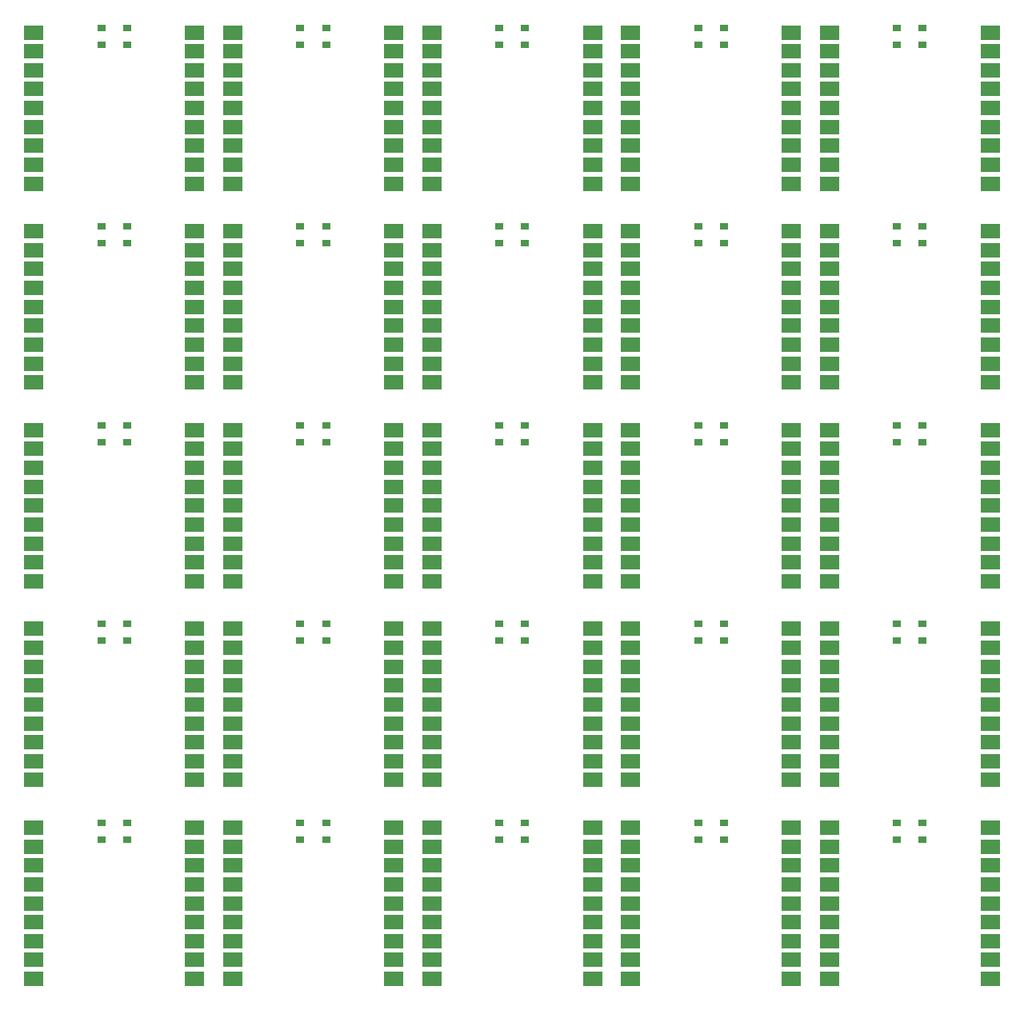
<source format=gtp>
%TF.GenerationSoftware,KiCad,Pcbnew,(5.1.9)-1*%
%TF.CreationDate,2021-09-16T12:17:46+02:00*%
%TF.ProjectId,kb_panel,6b625f70-616e-4656-9c2e-6b696361645f,rev?*%
%TF.SameCoordinates,Original*%
%TF.FileFunction,Paste,Top*%
%TF.FilePolarity,Positive*%
%FSLAX46Y46*%
G04 Gerber Fmt 4.6, Leading zero omitted, Abs format (unit mm)*
G04 Created by KiCad (PCBNEW (5.1.9)-1) date 2021-09-16 12:17:46*
%MOMM*%
%LPD*%
G01*
G04 APERTURE LIST*
%ADD10R,0.950000X0.800000*%
%ADD11R,2.000000X1.500000*%
G04 APERTURE END LIST*
D10*
%TO.C,LED1*%
X140416547Y-125398052D03*
X137686547Y-125398052D03*
X140416547Y-127178052D03*
X137686547Y-127178052D03*
%TD*%
%TO.C,LED1*%
X119366547Y-125398052D03*
X116636547Y-125398052D03*
X119366547Y-127178052D03*
X116636547Y-127178052D03*
%TD*%
%TO.C,LED1*%
X98316547Y-125398052D03*
X95586547Y-125398052D03*
X98316547Y-127178052D03*
X95586547Y-127178052D03*
%TD*%
%TO.C,LED1*%
X77266547Y-125398052D03*
X74536547Y-125398052D03*
X77266547Y-127178052D03*
X74536547Y-127178052D03*
%TD*%
%TO.C,LED1*%
X56216547Y-125398052D03*
X53486547Y-125398052D03*
X56216547Y-127178052D03*
X53486547Y-127178052D03*
%TD*%
%TO.C,LED1*%
X140416547Y-104348052D03*
X137686547Y-104348052D03*
X140416547Y-106128052D03*
X137686547Y-106128052D03*
%TD*%
%TO.C,LED1*%
X119366547Y-104348052D03*
X116636547Y-104348052D03*
X119366547Y-106128052D03*
X116636547Y-106128052D03*
%TD*%
%TO.C,LED1*%
X98316547Y-104348052D03*
X95586547Y-104348052D03*
X98316547Y-106128052D03*
X95586547Y-106128052D03*
%TD*%
%TO.C,LED1*%
X77266547Y-104348052D03*
X74536547Y-104348052D03*
X77266547Y-106128052D03*
X74536547Y-106128052D03*
%TD*%
%TO.C,LED1*%
X56216547Y-104348052D03*
X53486547Y-104348052D03*
X56216547Y-106128052D03*
X53486547Y-106128052D03*
%TD*%
%TO.C,LED1*%
X140416547Y-83298052D03*
X137686547Y-83298052D03*
X140416547Y-85078052D03*
X137686547Y-85078052D03*
%TD*%
%TO.C,LED1*%
X119366547Y-83298052D03*
X116636547Y-83298052D03*
X119366547Y-85078052D03*
X116636547Y-85078052D03*
%TD*%
%TO.C,LED1*%
X98316547Y-83298052D03*
X95586547Y-83298052D03*
X98316547Y-85078052D03*
X95586547Y-85078052D03*
%TD*%
%TO.C,LED1*%
X77266547Y-83298052D03*
X74536547Y-83298052D03*
X77266547Y-85078052D03*
X74536547Y-85078052D03*
%TD*%
%TO.C,LED1*%
X56216547Y-83298052D03*
X53486547Y-83298052D03*
X56216547Y-85078052D03*
X53486547Y-85078052D03*
%TD*%
%TO.C,LED1*%
X140416547Y-62248052D03*
X137686547Y-62248052D03*
X140416547Y-64028052D03*
X137686547Y-64028052D03*
%TD*%
%TO.C,LED1*%
X119366547Y-62248052D03*
X116636547Y-62248052D03*
X119366547Y-64028052D03*
X116636547Y-64028052D03*
%TD*%
%TO.C,LED1*%
X98316547Y-62248052D03*
X95586547Y-62248052D03*
X98316547Y-64028052D03*
X95586547Y-64028052D03*
%TD*%
%TO.C,LED1*%
X77266547Y-62248052D03*
X74536547Y-62248052D03*
X77266547Y-64028052D03*
X74536547Y-64028052D03*
%TD*%
%TO.C,LED1*%
X56216547Y-62248052D03*
X53486547Y-62248052D03*
X56216547Y-64028052D03*
X53486547Y-64028052D03*
%TD*%
%TO.C,LED1*%
X140416547Y-41198052D03*
X137686547Y-41198052D03*
X140416547Y-42978052D03*
X137686547Y-42978052D03*
%TD*%
%TO.C,LED1*%
X119366547Y-41198052D03*
X116636547Y-41198052D03*
X119366547Y-42978052D03*
X116636547Y-42978052D03*
%TD*%
%TO.C,LED1*%
X98316547Y-41198052D03*
X95586547Y-41198052D03*
X98316547Y-42978052D03*
X95586547Y-42978052D03*
%TD*%
%TO.C,LED1*%
X77266547Y-41198052D03*
X74536547Y-41198052D03*
X77266547Y-42978052D03*
X74536547Y-42978052D03*
%TD*%
D11*
%TO.C,J4*%
X147560547Y-141908052D03*
X147560547Y-139908052D03*
X147560547Y-137908052D03*
X147560547Y-125908052D03*
X147560547Y-135908052D03*
X147560547Y-127908052D03*
X147560547Y-129908052D03*
X147560547Y-131908052D03*
X147560547Y-133908052D03*
%TD*%
%TO.C,J4*%
X126510547Y-141908052D03*
X126510547Y-139908052D03*
X126510547Y-137908052D03*
X126510547Y-125908052D03*
X126510547Y-135908052D03*
X126510547Y-127908052D03*
X126510547Y-129908052D03*
X126510547Y-131908052D03*
X126510547Y-133908052D03*
%TD*%
%TO.C,J4*%
X105460547Y-141908052D03*
X105460547Y-139908052D03*
X105460547Y-137908052D03*
X105460547Y-125908052D03*
X105460547Y-135908052D03*
X105460547Y-127908052D03*
X105460547Y-129908052D03*
X105460547Y-131908052D03*
X105460547Y-133908052D03*
%TD*%
%TO.C,J4*%
X84410547Y-141908052D03*
X84410547Y-139908052D03*
X84410547Y-137908052D03*
X84410547Y-125908052D03*
X84410547Y-135908052D03*
X84410547Y-127908052D03*
X84410547Y-129908052D03*
X84410547Y-131908052D03*
X84410547Y-133908052D03*
%TD*%
%TO.C,J4*%
X63360547Y-141908052D03*
X63360547Y-139908052D03*
X63360547Y-137908052D03*
X63360547Y-125908052D03*
X63360547Y-135908052D03*
X63360547Y-127908052D03*
X63360547Y-129908052D03*
X63360547Y-131908052D03*
X63360547Y-133908052D03*
%TD*%
%TO.C,J4*%
X147560547Y-120858052D03*
X147560547Y-118858052D03*
X147560547Y-116858052D03*
X147560547Y-104858052D03*
X147560547Y-114858052D03*
X147560547Y-106858052D03*
X147560547Y-108858052D03*
X147560547Y-110858052D03*
X147560547Y-112858052D03*
%TD*%
%TO.C,J4*%
X126510547Y-120858052D03*
X126510547Y-118858052D03*
X126510547Y-116858052D03*
X126510547Y-104858052D03*
X126510547Y-114858052D03*
X126510547Y-106858052D03*
X126510547Y-108858052D03*
X126510547Y-110858052D03*
X126510547Y-112858052D03*
%TD*%
%TO.C,J4*%
X105460547Y-120858052D03*
X105460547Y-118858052D03*
X105460547Y-116858052D03*
X105460547Y-104858052D03*
X105460547Y-114858052D03*
X105460547Y-106858052D03*
X105460547Y-108858052D03*
X105460547Y-110858052D03*
X105460547Y-112858052D03*
%TD*%
%TO.C,J4*%
X84410547Y-120858052D03*
X84410547Y-118858052D03*
X84410547Y-116858052D03*
X84410547Y-104858052D03*
X84410547Y-114858052D03*
X84410547Y-106858052D03*
X84410547Y-108858052D03*
X84410547Y-110858052D03*
X84410547Y-112858052D03*
%TD*%
%TO.C,J4*%
X63360547Y-120858052D03*
X63360547Y-118858052D03*
X63360547Y-116858052D03*
X63360547Y-104858052D03*
X63360547Y-114858052D03*
X63360547Y-106858052D03*
X63360547Y-108858052D03*
X63360547Y-110858052D03*
X63360547Y-112858052D03*
%TD*%
%TO.C,J4*%
X147560547Y-99808052D03*
X147560547Y-97808052D03*
X147560547Y-95808052D03*
X147560547Y-83808052D03*
X147560547Y-93808052D03*
X147560547Y-85808052D03*
X147560547Y-87808052D03*
X147560547Y-89808052D03*
X147560547Y-91808052D03*
%TD*%
%TO.C,J4*%
X126510547Y-99808052D03*
X126510547Y-97808052D03*
X126510547Y-95808052D03*
X126510547Y-83808052D03*
X126510547Y-93808052D03*
X126510547Y-85808052D03*
X126510547Y-87808052D03*
X126510547Y-89808052D03*
X126510547Y-91808052D03*
%TD*%
%TO.C,J4*%
X105460547Y-99808052D03*
X105460547Y-97808052D03*
X105460547Y-95808052D03*
X105460547Y-83808052D03*
X105460547Y-93808052D03*
X105460547Y-85808052D03*
X105460547Y-87808052D03*
X105460547Y-89808052D03*
X105460547Y-91808052D03*
%TD*%
%TO.C,J4*%
X84410547Y-99808052D03*
X84410547Y-97808052D03*
X84410547Y-95808052D03*
X84410547Y-83808052D03*
X84410547Y-93808052D03*
X84410547Y-85808052D03*
X84410547Y-87808052D03*
X84410547Y-89808052D03*
X84410547Y-91808052D03*
%TD*%
%TO.C,J4*%
X63360547Y-99808052D03*
X63360547Y-97808052D03*
X63360547Y-95808052D03*
X63360547Y-83808052D03*
X63360547Y-93808052D03*
X63360547Y-85808052D03*
X63360547Y-87808052D03*
X63360547Y-89808052D03*
X63360547Y-91808052D03*
%TD*%
%TO.C,J4*%
X147560547Y-78758052D03*
X147560547Y-76758052D03*
X147560547Y-74758052D03*
X147560547Y-62758052D03*
X147560547Y-72758052D03*
X147560547Y-64758052D03*
X147560547Y-66758052D03*
X147560547Y-68758052D03*
X147560547Y-70758052D03*
%TD*%
%TO.C,J4*%
X126510547Y-78758052D03*
X126510547Y-76758052D03*
X126510547Y-74758052D03*
X126510547Y-62758052D03*
X126510547Y-72758052D03*
X126510547Y-64758052D03*
X126510547Y-66758052D03*
X126510547Y-68758052D03*
X126510547Y-70758052D03*
%TD*%
%TO.C,J4*%
X105460547Y-78758052D03*
X105460547Y-76758052D03*
X105460547Y-74758052D03*
X105460547Y-62758052D03*
X105460547Y-72758052D03*
X105460547Y-64758052D03*
X105460547Y-66758052D03*
X105460547Y-68758052D03*
X105460547Y-70758052D03*
%TD*%
%TO.C,J4*%
X84410547Y-78758052D03*
X84410547Y-76758052D03*
X84410547Y-74758052D03*
X84410547Y-62758052D03*
X84410547Y-72758052D03*
X84410547Y-64758052D03*
X84410547Y-66758052D03*
X84410547Y-68758052D03*
X84410547Y-70758052D03*
%TD*%
%TO.C,J4*%
X63360547Y-78758052D03*
X63360547Y-76758052D03*
X63360547Y-74758052D03*
X63360547Y-62758052D03*
X63360547Y-72758052D03*
X63360547Y-64758052D03*
X63360547Y-66758052D03*
X63360547Y-68758052D03*
X63360547Y-70758052D03*
%TD*%
%TO.C,J4*%
X147560547Y-57708052D03*
X147560547Y-55708052D03*
X147560547Y-53708052D03*
X147560547Y-41708052D03*
X147560547Y-51708052D03*
X147560547Y-43708052D03*
X147560547Y-45708052D03*
X147560547Y-47708052D03*
X147560547Y-49708052D03*
%TD*%
%TO.C,J4*%
X126510547Y-57708052D03*
X126510547Y-55708052D03*
X126510547Y-53708052D03*
X126510547Y-41708052D03*
X126510547Y-51708052D03*
X126510547Y-43708052D03*
X126510547Y-45708052D03*
X126510547Y-47708052D03*
X126510547Y-49708052D03*
%TD*%
%TO.C,J4*%
X105460547Y-57708052D03*
X105460547Y-55708052D03*
X105460547Y-53708052D03*
X105460547Y-41708052D03*
X105460547Y-51708052D03*
X105460547Y-43708052D03*
X105460547Y-45708052D03*
X105460547Y-47708052D03*
X105460547Y-49708052D03*
%TD*%
%TO.C,J4*%
X84410547Y-57708052D03*
X84410547Y-55708052D03*
X84410547Y-53708052D03*
X84410547Y-41708052D03*
X84410547Y-51708052D03*
X84410547Y-43708052D03*
X84410547Y-45708052D03*
X84410547Y-47708052D03*
X84410547Y-49708052D03*
%TD*%
%TO.C,J3*%
X130542547Y-141908052D03*
X130542547Y-139908052D03*
X130542547Y-137908052D03*
X130542547Y-125908052D03*
X130542547Y-135908052D03*
X130542547Y-127908052D03*
X130542547Y-129908052D03*
X130542547Y-131908052D03*
X130542547Y-133908052D03*
%TD*%
%TO.C,J3*%
X109492547Y-141908052D03*
X109492547Y-139908052D03*
X109492547Y-137908052D03*
X109492547Y-125908052D03*
X109492547Y-135908052D03*
X109492547Y-127908052D03*
X109492547Y-129908052D03*
X109492547Y-131908052D03*
X109492547Y-133908052D03*
%TD*%
%TO.C,J3*%
X88442547Y-141908052D03*
X88442547Y-139908052D03*
X88442547Y-137908052D03*
X88442547Y-125908052D03*
X88442547Y-135908052D03*
X88442547Y-127908052D03*
X88442547Y-129908052D03*
X88442547Y-131908052D03*
X88442547Y-133908052D03*
%TD*%
%TO.C,J3*%
X67392547Y-141908052D03*
X67392547Y-139908052D03*
X67392547Y-137908052D03*
X67392547Y-125908052D03*
X67392547Y-135908052D03*
X67392547Y-127908052D03*
X67392547Y-129908052D03*
X67392547Y-131908052D03*
X67392547Y-133908052D03*
%TD*%
%TO.C,J3*%
X46342547Y-141908052D03*
X46342547Y-139908052D03*
X46342547Y-137908052D03*
X46342547Y-125908052D03*
X46342547Y-135908052D03*
X46342547Y-127908052D03*
X46342547Y-129908052D03*
X46342547Y-131908052D03*
X46342547Y-133908052D03*
%TD*%
%TO.C,J3*%
X130542547Y-120858052D03*
X130542547Y-118858052D03*
X130542547Y-116858052D03*
X130542547Y-104858052D03*
X130542547Y-114858052D03*
X130542547Y-106858052D03*
X130542547Y-108858052D03*
X130542547Y-110858052D03*
X130542547Y-112858052D03*
%TD*%
%TO.C,J3*%
X109492547Y-120858052D03*
X109492547Y-118858052D03*
X109492547Y-116858052D03*
X109492547Y-104858052D03*
X109492547Y-114858052D03*
X109492547Y-106858052D03*
X109492547Y-108858052D03*
X109492547Y-110858052D03*
X109492547Y-112858052D03*
%TD*%
%TO.C,J3*%
X88442547Y-120858052D03*
X88442547Y-118858052D03*
X88442547Y-116858052D03*
X88442547Y-104858052D03*
X88442547Y-114858052D03*
X88442547Y-106858052D03*
X88442547Y-108858052D03*
X88442547Y-110858052D03*
X88442547Y-112858052D03*
%TD*%
%TO.C,J3*%
X67392547Y-120858052D03*
X67392547Y-118858052D03*
X67392547Y-116858052D03*
X67392547Y-104858052D03*
X67392547Y-114858052D03*
X67392547Y-106858052D03*
X67392547Y-108858052D03*
X67392547Y-110858052D03*
X67392547Y-112858052D03*
%TD*%
%TO.C,J3*%
X46342547Y-120858052D03*
X46342547Y-118858052D03*
X46342547Y-116858052D03*
X46342547Y-104858052D03*
X46342547Y-114858052D03*
X46342547Y-106858052D03*
X46342547Y-108858052D03*
X46342547Y-110858052D03*
X46342547Y-112858052D03*
%TD*%
%TO.C,J3*%
X130542547Y-99808052D03*
X130542547Y-97808052D03*
X130542547Y-95808052D03*
X130542547Y-83808052D03*
X130542547Y-93808052D03*
X130542547Y-85808052D03*
X130542547Y-87808052D03*
X130542547Y-89808052D03*
X130542547Y-91808052D03*
%TD*%
%TO.C,J3*%
X109492547Y-99808052D03*
X109492547Y-97808052D03*
X109492547Y-95808052D03*
X109492547Y-83808052D03*
X109492547Y-93808052D03*
X109492547Y-85808052D03*
X109492547Y-87808052D03*
X109492547Y-89808052D03*
X109492547Y-91808052D03*
%TD*%
%TO.C,J3*%
X88442547Y-99808052D03*
X88442547Y-97808052D03*
X88442547Y-95808052D03*
X88442547Y-83808052D03*
X88442547Y-93808052D03*
X88442547Y-85808052D03*
X88442547Y-87808052D03*
X88442547Y-89808052D03*
X88442547Y-91808052D03*
%TD*%
%TO.C,J3*%
X67392547Y-99808052D03*
X67392547Y-97808052D03*
X67392547Y-95808052D03*
X67392547Y-83808052D03*
X67392547Y-93808052D03*
X67392547Y-85808052D03*
X67392547Y-87808052D03*
X67392547Y-89808052D03*
X67392547Y-91808052D03*
%TD*%
%TO.C,J3*%
X46342547Y-99808052D03*
X46342547Y-97808052D03*
X46342547Y-95808052D03*
X46342547Y-83808052D03*
X46342547Y-93808052D03*
X46342547Y-85808052D03*
X46342547Y-87808052D03*
X46342547Y-89808052D03*
X46342547Y-91808052D03*
%TD*%
%TO.C,J3*%
X130542547Y-78758052D03*
X130542547Y-76758052D03*
X130542547Y-74758052D03*
X130542547Y-62758052D03*
X130542547Y-72758052D03*
X130542547Y-64758052D03*
X130542547Y-66758052D03*
X130542547Y-68758052D03*
X130542547Y-70758052D03*
%TD*%
%TO.C,J3*%
X109492547Y-78758052D03*
X109492547Y-76758052D03*
X109492547Y-74758052D03*
X109492547Y-62758052D03*
X109492547Y-72758052D03*
X109492547Y-64758052D03*
X109492547Y-66758052D03*
X109492547Y-68758052D03*
X109492547Y-70758052D03*
%TD*%
%TO.C,J3*%
X88442547Y-78758052D03*
X88442547Y-76758052D03*
X88442547Y-74758052D03*
X88442547Y-62758052D03*
X88442547Y-72758052D03*
X88442547Y-64758052D03*
X88442547Y-66758052D03*
X88442547Y-68758052D03*
X88442547Y-70758052D03*
%TD*%
%TO.C,J3*%
X67392547Y-78758052D03*
X67392547Y-76758052D03*
X67392547Y-74758052D03*
X67392547Y-62758052D03*
X67392547Y-72758052D03*
X67392547Y-64758052D03*
X67392547Y-66758052D03*
X67392547Y-68758052D03*
X67392547Y-70758052D03*
%TD*%
%TO.C,J3*%
X46342547Y-78758052D03*
X46342547Y-76758052D03*
X46342547Y-74758052D03*
X46342547Y-62758052D03*
X46342547Y-72758052D03*
X46342547Y-64758052D03*
X46342547Y-66758052D03*
X46342547Y-68758052D03*
X46342547Y-70758052D03*
%TD*%
%TO.C,J3*%
X130542547Y-57708052D03*
X130542547Y-55708052D03*
X130542547Y-53708052D03*
X130542547Y-41708052D03*
X130542547Y-51708052D03*
X130542547Y-43708052D03*
X130542547Y-45708052D03*
X130542547Y-47708052D03*
X130542547Y-49708052D03*
%TD*%
%TO.C,J3*%
X109492547Y-57708052D03*
X109492547Y-55708052D03*
X109492547Y-53708052D03*
X109492547Y-41708052D03*
X109492547Y-51708052D03*
X109492547Y-43708052D03*
X109492547Y-45708052D03*
X109492547Y-47708052D03*
X109492547Y-49708052D03*
%TD*%
%TO.C,J3*%
X88442547Y-57708052D03*
X88442547Y-55708052D03*
X88442547Y-53708052D03*
X88442547Y-41708052D03*
X88442547Y-51708052D03*
X88442547Y-43708052D03*
X88442547Y-45708052D03*
X88442547Y-47708052D03*
X88442547Y-49708052D03*
%TD*%
%TO.C,J3*%
X67392547Y-57708052D03*
X67392547Y-55708052D03*
X67392547Y-53708052D03*
X67392547Y-41708052D03*
X67392547Y-51708052D03*
X67392547Y-43708052D03*
X67392547Y-45708052D03*
X67392547Y-47708052D03*
X67392547Y-49708052D03*
%TD*%
%TO.C,J4*%
X63360547Y-49708052D03*
X63360547Y-47708052D03*
X63360547Y-45708052D03*
X63360547Y-43708052D03*
X63360547Y-51708052D03*
X63360547Y-41708052D03*
X63360547Y-53708052D03*
X63360547Y-55708052D03*
X63360547Y-57708052D03*
%TD*%
%TO.C,J3*%
X46342547Y-49708052D03*
X46342547Y-47708052D03*
X46342547Y-45708052D03*
X46342547Y-43708052D03*
X46342547Y-51708052D03*
X46342547Y-41708052D03*
X46342547Y-53708052D03*
X46342547Y-55708052D03*
X46342547Y-57708052D03*
%TD*%
D10*
%TO.C,LED1*%
X53486547Y-42978052D03*
X56216547Y-42978052D03*
X53486547Y-41198052D03*
X56216547Y-41198052D03*
%TD*%
M02*

</source>
